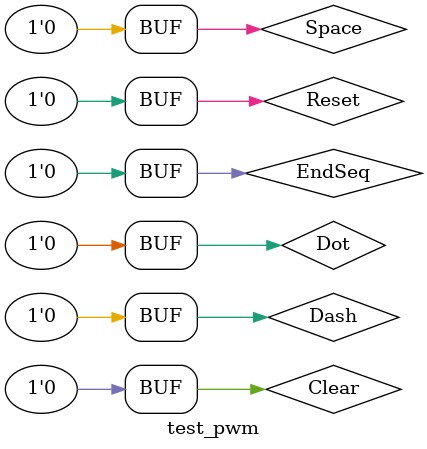
<source format=v>
`timescale 1ns / 1ps



module test_pwm();
    reg Dot, Dash, Space, EndSeq;
    wire [2:0] Signals;
    morse_code_encoder MCE(Dot, Dash, Space, EndSeq, Signals);
    reg Clear, Reset;
    wire [9:0] EncSeq;
    wire Space_EndSeqbar;
    sequence_producer SP (Signals, Clear, Reset, EncSeq, Space_EndSeqbar);
    
    initial begin
        Clear = 1'b1; #10
        Clear = 1'b0; #10
        
        // First Sequence to test: [00, 01, 00, 00, ]
        
        // Send a Dot signal
        Dot = 1'b1; #10;
        Dot = 1'b0; #10;
        
        // Send a Dash signal
        Dash = 1'b1; #10;
        Dash = 1'b0; #10;
        
        // Send a Dot signal
        Dot = 1'b1; #10;
        Dot = 1'b0; #10;
        
        // Send a Dot signal
        Dot = 1'b1; #10;
        Dot = 1'b0; #10;
        
        // Send a Space Signal
        Space = 1'b1; #10;
        Space = 1'b0; #10;
        
        // Second Sequence to test: [ , , , , ]
        Clear = 1'b1; #10
        Clear = 1'b0; #10
        
        // Send a Space Signal
        Space = 1'b1; #10;
        Space = 1'b0; #10;
        
        // Third Sequence to test: [ , , , , ]
        Reset = 1'b1; #10
        Reset = 1'b0; #10
        
        // Send a Dot signal
        Dot = 1'b1; #10;
        Dot = 1'b0; #10;
        
        // Send a Dash signal
        Dash = 1'b1; #10;
        Dash = 1'b0; #10;
        
        // Send a Dot signal
        Dot = 1'b1; #10;
        Dot = 1'b0; #10;
        
        // Send a Dot signal
        Dot = 1'b1; #10;
        Dot = 1'b0; #10;
        
        // Send a EndSeq Signal
        EndSeq = 1'b1; #10;
        EndSeq = 1'b0; #10;
    end
    
endmodule

</source>
